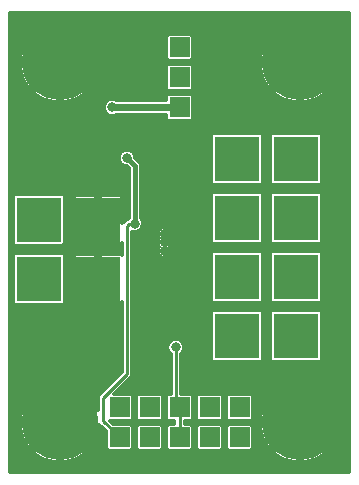
<source format=gbr>
G75*
G70*
%OFA0B0*%
%FSLAX24Y24*%
%IPPOS*%
%LPD*%
%AMOC8*
5,1,8,0,0,1.08239X$1,22.5*
%
%ADD10C,0.0357*%
%ADD11R,0.1500X0.1500*%
%ADD12R,0.0650X0.0650*%
%ADD13C,0.2540*%
%ADD14C,0.0317*%
%ADD15C,0.0100*%
%ADD16C,0.0160*%
%ADD17C,0.0120*%
%ADD18C,0.0240*%
D10*
X005910Y007884D03*
X005910Y008160D03*
X005910Y008436D03*
D11*
X003691Y008921D03*
X003691Y006952D03*
X001723Y006952D03*
X001723Y008921D03*
X008324Y008984D03*
X008324Y010952D03*
X010292Y010952D03*
X010292Y008984D03*
X010292Y007015D03*
X010292Y005047D03*
X008324Y005047D03*
X008324Y007015D03*
D12*
X008410Y002660D03*
X008410Y001660D03*
X007410Y001660D03*
X007410Y002660D03*
X006410Y002660D03*
X006410Y001660D03*
X005410Y001660D03*
X005410Y002660D03*
X004410Y002660D03*
X004410Y001660D03*
X006410Y012660D03*
X006410Y013660D03*
X006410Y014660D03*
X005410Y014660D03*
X005410Y013660D03*
X007410Y013660D03*
X007410Y014660D03*
D13*
X010410Y014160D03*
X002410Y014160D03*
X002410Y002160D03*
X010410Y002160D03*
D14*
X011723Y004098D03*
X011723Y004473D03*
X011723Y004848D03*
X011723Y005223D03*
X011723Y005598D03*
X011723Y005973D03*
X011723Y006348D03*
X011723Y006723D03*
X011723Y007098D03*
X011723Y007473D03*
X011723Y007848D03*
X011723Y008223D03*
X011723Y008598D03*
X011723Y008973D03*
X011723Y009348D03*
X011723Y009723D03*
X011723Y010098D03*
X011723Y010473D03*
X011723Y010848D03*
X011723Y011223D03*
X011723Y011598D03*
X011723Y011973D03*
X011723Y012348D03*
X011723Y012785D03*
X011098Y012348D03*
X010723Y012348D03*
X010348Y012348D03*
X009910Y012348D03*
X009285Y015410D03*
X008848Y015410D03*
X004598Y014723D03*
X004598Y014285D03*
X004598Y013848D03*
X004160Y013848D03*
X004160Y014285D03*
X004160Y014723D03*
X004035Y015473D03*
X003473Y015473D03*
X004160Y012660D03*
X004035Y012223D03*
X004410Y012223D03*
X003660Y012223D03*
X003285Y012223D03*
X002098Y012223D03*
X001723Y012223D03*
X001348Y012223D03*
X000973Y012223D03*
X004660Y010973D03*
X005473Y009473D03*
X005473Y009098D03*
X004910Y008785D03*
X005848Y007285D03*
X006223Y007285D03*
X006223Y006910D03*
X006223Y006535D03*
X006223Y006160D03*
X006598Y006160D03*
X006598Y006535D03*
X006598Y005785D03*
X006473Y005410D03*
X006223Y005785D03*
X006035Y005410D03*
X005848Y005785D03*
X005848Y006160D03*
X005848Y006535D03*
X005848Y006910D03*
X006285Y004660D03*
X004160Y005098D03*
X004160Y005473D03*
X004160Y005848D03*
X003785Y005848D03*
X003410Y005848D03*
X003035Y005848D03*
X002660Y005848D03*
X002285Y005848D03*
D15*
X004660Y003785D02*
X003848Y002973D01*
X003848Y002223D01*
X004410Y001660D01*
X004660Y003785D02*
X004660Y008723D01*
X004723Y008785D01*
X004910Y008785D01*
X006285Y004660D02*
X006285Y002785D01*
X006410Y002660D01*
X006410Y001660D01*
D16*
X004910Y008785D02*
X004910Y010723D01*
X004660Y010973D01*
D17*
X000770Y015800D02*
X000770Y000520D01*
X012050Y000520D01*
X012050Y015800D01*
X000770Y015800D01*
X000770Y015684D02*
X012050Y015684D01*
X012050Y015565D02*
X000770Y015565D01*
X000770Y015447D02*
X002069Y015447D01*
X002086Y015452D02*
X001961Y015414D01*
X001841Y015364D01*
X001725Y015302D01*
X001617Y015230D01*
X001516Y015147D01*
X001423Y015054D01*
X001340Y014953D01*
X001268Y014845D01*
X001206Y014729D01*
X001156Y014609D01*
X001118Y014484D01*
X001093Y014355D01*
X001080Y014225D01*
X001080Y014220D01*
X002350Y014220D01*
X002350Y015490D01*
X002345Y015490D01*
X002215Y015477D01*
X002086Y015452D01*
X002350Y015447D02*
X002470Y015447D01*
X002475Y015490D02*
X002470Y015490D01*
X002470Y014220D01*
X003740Y014220D01*
X003740Y014225D01*
X003727Y014355D01*
X003702Y014484D01*
X003664Y014609D01*
X003614Y014729D01*
X003552Y014845D01*
X003480Y014953D01*
X003397Y015054D01*
X003304Y015147D01*
X003203Y015230D01*
X003095Y015302D01*
X002979Y015364D01*
X002859Y015414D01*
X002734Y015452D01*
X002605Y015477D01*
X002475Y015490D01*
X002470Y015328D02*
X002350Y015328D01*
X002350Y015210D02*
X002470Y015210D01*
X002470Y015091D02*
X002350Y015091D01*
X002350Y014973D02*
X002470Y014973D01*
X002470Y014854D02*
X002350Y014854D01*
X002350Y014736D02*
X002470Y014736D01*
X002470Y014617D02*
X002350Y014617D01*
X002350Y014499D02*
X002470Y014499D01*
X002470Y014380D02*
X002350Y014380D01*
X002350Y014262D02*
X002470Y014262D01*
X002470Y014220D02*
X002350Y014220D01*
X002350Y014100D01*
X002470Y014100D01*
X002470Y014220D01*
X002470Y014143D02*
X010350Y014143D01*
X010350Y014100D02*
X009080Y014100D01*
X009080Y014095D01*
X009093Y013965D01*
X009118Y013836D01*
X009156Y013711D01*
X009206Y013591D01*
X009268Y013475D01*
X009340Y013367D01*
X009423Y013266D01*
X009516Y013173D01*
X009617Y013090D01*
X009725Y013018D01*
X009841Y012956D01*
X009961Y012906D01*
X010086Y012868D01*
X010215Y012843D01*
X010345Y012830D01*
X010350Y012830D01*
X010350Y014100D01*
X010470Y014100D01*
X010470Y014220D01*
X011740Y014220D01*
X011740Y014225D01*
X011727Y014355D01*
X011702Y014484D01*
X011664Y014609D01*
X011614Y014729D01*
X011552Y014845D01*
X011480Y014953D01*
X011397Y015054D01*
X011304Y015147D01*
X011203Y015230D01*
X011095Y015302D01*
X010979Y015364D01*
X010859Y015414D01*
X010734Y015452D01*
X010605Y015477D01*
X010475Y015490D01*
X010470Y015490D01*
X010470Y014220D01*
X010350Y014220D01*
X010350Y015490D01*
X010345Y015490D01*
X010215Y015477D01*
X010086Y015452D01*
X009961Y015414D01*
X009841Y015364D01*
X009725Y015302D01*
X009617Y015230D01*
X009516Y015147D01*
X009423Y015054D01*
X009340Y014953D01*
X009268Y014845D01*
X009206Y014729D01*
X009156Y014609D01*
X009118Y014484D01*
X009093Y014355D01*
X009080Y014225D01*
X009080Y014220D01*
X010350Y014220D01*
X010350Y014100D01*
X010350Y014025D02*
X010470Y014025D01*
X010470Y014100D02*
X010470Y012830D01*
X010475Y012830D01*
X010605Y012843D01*
X010734Y012868D01*
X010859Y012906D01*
X010979Y012956D01*
X011095Y013018D01*
X011203Y013090D01*
X011304Y013173D01*
X011397Y013266D01*
X011480Y013367D01*
X011552Y013475D01*
X011614Y013591D01*
X011664Y013711D01*
X011702Y013836D01*
X011727Y013965D01*
X011740Y014095D01*
X011740Y014100D01*
X010470Y014100D01*
X010470Y014143D02*
X012050Y014143D01*
X012050Y014025D02*
X011733Y014025D01*
X011716Y013906D02*
X012050Y013906D01*
X012050Y013788D02*
X011687Y013788D01*
X011646Y013669D02*
X012050Y013669D01*
X012050Y013551D02*
X011592Y013551D01*
X011523Y013432D02*
X012050Y013432D01*
X012050Y013314D02*
X011436Y013314D01*
X011326Y013195D02*
X012050Y013195D01*
X012050Y013077D02*
X011182Y013077D01*
X010983Y012958D02*
X012050Y012958D01*
X012050Y012840D02*
X010572Y012840D01*
X010470Y012840D02*
X010350Y012840D01*
X010248Y012840D02*
X006855Y012840D01*
X006855Y012958D02*
X009837Y012958D01*
X009638Y013077D02*
X006813Y013077D01*
X006785Y013105D02*
X006855Y013035D01*
X006855Y012285D01*
X006785Y012215D01*
X006035Y012215D01*
X005965Y012285D01*
X005965Y012420D01*
X004309Y012420D01*
X004215Y012381D01*
X004105Y012381D01*
X004002Y012424D01*
X003924Y012502D01*
X003881Y012605D01*
X003881Y012715D01*
X003924Y012818D01*
X004002Y012896D01*
X004105Y012939D01*
X004215Y012939D01*
X004309Y012900D01*
X005965Y012900D01*
X005965Y013035D01*
X006035Y013105D01*
X006785Y013105D01*
X006785Y013215D02*
X006855Y013285D01*
X006855Y014035D01*
X006785Y014105D01*
X006035Y014105D01*
X005965Y014035D01*
X005965Y013285D01*
X006035Y013215D01*
X006785Y013215D01*
X006855Y013314D02*
X007029Y013314D01*
X007025Y013323D02*
X007034Y013301D01*
X007051Y013284D01*
X007073Y013275D01*
X007382Y013275D01*
X007382Y013632D01*
X007438Y013632D01*
X007438Y013688D01*
X007795Y013688D01*
X007795Y013997D01*
X007786Y014019D01*
X007769Y014036D01*
X007747Y014045D01*
X007438Y014045D01*
X007438Y013688D01*
X007382Y013688D01*
X007382Y014045D01*
X007073Y014045D01*
X007051Y014036D01*
X007034Y014019D01*
X007025Y013997D01*
X007025Y013688D01*
X007382Y013688D01*
X007382Y013632D01*
X007025Y013632D01*
X007025Y013323D01*
X007025Y013432D02*
X006855Y013432D01*
X006855Y013551D02*
X007025Y013551D01*
X006855Y013669D02*
X007382Y013669D01*
X007438Y013669D02*
X009174Y013669D01*
X009133Y013788D02*
X007795Y013788D01*
X007795Y013906D02*
X009104Y013906D01*
X009087Y014025D02*
X007780Y014025D01*
X007747Y014275D02*
X007769Y014284D01*
X007786Y014301D01*
X007795Y014323D01*
X007795Y014632D01*
X007438Y014632D01*
X007438Y014688D01*
X007795Y014688D01*
X007795Y014997D01*
X007786Y015019D01*
X007769Y015036D01*
X007747Y015045D01*
X007438Y015045D01*
X007438Y014688D01*
X007382Y014688D01*
X007382Y015045D01*
X007073Y015045D01*
X007051Y015036D01*
X007034Y015019D01*
X007025Y014997D01*
X007025Y014688D01*
X007382Y014688D01*
X007382Y014632D01*
X007438Y014632D01*
X007438Y014275D01*
X007747Y014275D01*
X007795Y014380D02*
X009098Y014380D01*
X009084Y014262D02*
X006831Y014262D01*
X006855Y014285D02*
X006785Y014215D01*
X006035Y014215D01*
X005965Y014285D01*
X005965Y015035D01*
X006035Y015105D01*
X006785Y015105D01*
X006855Y015035D01*
X006855Y014285D01*
X006855Y014380D02*
X007025Y014380D01*
X007025Y014323D02*
X007034Y014301D01*
X007051Y014284D01*
X007073Y014275D01*
X007382Y014275D01*
X007382Y014632D01*
X007025Y014632D01*
X007025Y014323D01*
X007025Y014499D02*
X006855Y014499D01*
X006855Y014617D02*
X007025Y014617D01*
X007025Y014736D02*
X006855Y014736D01*
X006855Y014854D02*
X007025Y014854D01*
X007025Y014973D02*
X006855Y014973D01*
X006799Y015091D02*
X009460Y015091D01*
X009356Y014973D02*
X007795Y014973D01*
X007795Y014854D02*
X009274Y014854D01*
X009210Y014736D02*
X007795Y014736D01*
X007795Y014617D02*
X009160Y014617D01*
X009123Y014499D02*
X007795Y014499D01*
X007438Y014499D02*
X007382Y014499D01*
X007382Y014617D02*
X007438Y014617D01*
X007438Y014736D02*
X007382Y014736D01*
X007382Y014854D02*
X007438Y014854D01*
X007438Y014973D02*
X007382Y014973D01*
X007382Y014380D02*
X007438Y014380D01*
X007438Y014025D02*
X007382Y014025D01*
X007382Y013906D02*
X007438Y013906D01*
X007438Y013788D02*
X007382Y013788D01*
X007438Y013632D02*
X007795Y013632D01*
X007795Y013323D01*
X007786Y013301D01*
X007769Y013284D01*
X007747Y013275D01*
X007438Y013275D01*
X007438Y013632D01*
X007438Y013551D02*
X007382Y013551D01*
X007382Y013432D02*
X007438Y013432D01*
X007438Y013314D02*
X007382Y013314D01*
X007791Y013314D02*
X009384Y013314D01*
X009297Y013432D02*
X007795Y013432D01*
X007795Y013551D02*
X009228Y013551D01*
X009494Y013195D02*
X003326Y013195D01*
X003304Y013173D02*
X003397Y013266D01*
X003480Y013367D01*
X003552Y013475D01*
X003614Y013591D01*
X003664Y013711D01*
X003702Y013836D01*
X003727Y013965D01*
X003740Y014095D01*
X003740Y014100D01*
X002470Y014100D01*
X002470Y012830D01*
X002475Y012830D01*
X002605Y012843D01*
X002734Y012868D01*
X002859Y012906D01*
X002979Y012956D01*
X003095Y013018D01*
X003203Y013090D01*
X003304Y013173D01*
X003182Y013077D02*
X006007Y013077D01*
X005965Y012958D02*
X002983Y012958D01*
X002572Y012840D02*
X003945Y012840D01*
X003884Y012721D02*
X000770Y012721D01*
X000770Y012603D02*
X003882Y012603D01*
X003942Y012484D02*
X000770Y012484D01*
X000770Y012366D02*
X005965Y012366D01*
X006003Y012247D02*
X000770Y012247D01*
X000770Y012129D02*
X012050Y012129D01*
X012050Y012247D02*
X006817Y012247D01*
X006855Y012366D02*
X012050Y012366D01*
X012050Y012484D02*
X006855Y012484D01*
X006855Y012603D02*
X012050Y012603D01*
X012050Y012721D02*
X006855Y012721D01*
X006855Y013788D02*
X007025Y013788D01*
X007025Y013906D02*
X006855Y013906D01*
X006855Y014025D02*
X007040Y014025D01*
X006021Y015091D02*
X003360Y015091D01*
X003464Y014973D02*
X005025Y014973D01*
X005025Y014997D02*
X005025Y014688D01*
X005382Y014688D01*
X005382Y015045D01*
X005073Y015045D01*
X005051Y015036D01*
X005034Y015019D01*
X005025Y014997D01*
X005025Y014854D02*
X003546Y014854D01*
X003610Y014736D02*
X005025Y014736D01*
X005025Y014632D02*
X005025Y014323D01*
X005034Y014301D01*
X005051Y014284D01*
X005073Y014275D01*
X005382Y014275D01*
X005382Y014632D01*
X005438Y014632D01*
X005438Y014688D01*
X005795Y014688D01*
X005795Y014997D01*
X005786Y015019D01*
X005769Y015036D01*
X005747Y015045D01*
X005438Y015045D01*
X005438Y014688D01*
X005382Y014688D01*
X005382Y014632D01*
X005025Y014632D01*
X005025Y014617D02*
X003660Y014617D01*
X003697Y014499D02*
X005025Y014499D01*
X005025Y014380D02*
X003722Y014380D01*
X003736Y014262D02*
X005989Y014262D01*
X005965Y014380D02*
X005795Y014380D01*
X005795Y014323D02*
X005795Y014632D01*
X005438Y014632D01*
X005438Y014275D01*
X005747Y014275D01*
X005769Y014284D01*
X005786Y014301D01*
X005795Y014323D01*
X005795Y014499D02*
X005965Y014499D01*
X005965Y014617D02*
X005795Y014617D01*
X005795Y014736D02*
X005965Y014736D01*
X005965Y014854D02*
X005795Y014854D01*
X005795Y014973D02*
X005965Y014973D01*
X005438Y014973D02*
X005382Y014973D01*
X005382Y014854D02*
X005438Y014854D01*
X005438Y014736D02*
X005382Y014736D01*
X005382Y014617D02*
X005438Y014617D01*
X005438Y014499D02*
X005382Y014499D01*
X005382Y014380D02*
X005438Y014380D01*
X005438Y014045D02*
X005747Y014045D01*
X005769Y014036D01*
X005786Y014019D01*
X005795Y013997D01*
X005795Y013688D01*
X005438Y013688D01*
X005438Y013632D01*
X005795Y013632D01*
X005795Y013323D01*
X005786Y013301D01*
X005769Y013284D01*
X005747Y013275D01*
X005438Y013275D01*
X005438Y013632D01*
X005382Y013632D01*
X005382Y013275D01*
X005073Y013275D01*
X005051Y013284D01*
X005034Y013301D01*
X005025Y013323D01*
X005025Y013632D01*
X005382Y013632D01*
X005382Y013688D01*
X005382Y014045D01*
X005073Y014045D01*
X005051Y014036D01*
X005034Y014019D01*
X005025Y013997D01*
X005025Y013688D01*
X005382Y013688D01*
X005438Y013688D01*
X005438Y014045D01*
X005438Y014025D02*
X005382Y014025D01*
X005382Y013906D02*
X005438Y013906D01*
X005438Y013788D02*
X005382Y013788D01*
X005382Y013669D02*
X003646Y013669D01*
X003687Y013788D02*
X005025Y013788D01*
X005025Y013906D02*
X003716Y013906D01*
X003733Y014025D02*
X005040Y014025D01*
X005025Y013551D02*
X003592Y013551D01*
X003523Y013432D02*
X005025Y013432D01*
X005029Y013314D02*
X003436Y013314D01*
X002470Y013314D02*
X002350Y013314D01*
X002350Y013432D02*
X002470Y013432D01*
X002470Y013551D02*
X002350Y013551D01*
X002350Y013669D02*
X002470Y013669D01*
X002470Y013788D02*
X002350Y013788D01*
X002350Y013906D02*
X002470Y013906D01*
X002470Y014025D02*
X002350Y014025D01*
X002350Y014100D02*
X002350Y012830D01*
X002345Y012830D01*
X002215Y012843D01*
X002086Y012868D01*
X001961Y012906D01*
X001841Y012956D01*
X001725Y013018D01*
X001617Y013090D01*
X001516Y013173D01*
X001423Y013266D01*
X001340Y013367D01*
X001268Y013475D01*
X001206Y013591D01*
X001156Y013711D01*
X001118Y013836D01*
X001093Y013965D01*
X001080Y014095D01*
X001080Y014100D01*
X002350Y014100D01*
X002350Y014143D02*
X000770Y014143D01*
X000770Y014025D02*
X001087Y014025D01*
X001104Y013906D02*
X000770Y013906D01*
X000770Y013788D02*
X001133Y013788D01*
X001174Y013669D02*
X000770Y013669D01*
X000770Y013551D02*
X001228Y013551D01*
X001297Y013432D02*
X000770Y013432D01*
X000770Y013314D02*
X001384Y013314D01*
X001494Y013195D02*
X000770Y013195D01*
X000770Y013077D02*
X001638Y013077D01*
X001837Y012958D02*
X000770Y012958D01*
X000770Y012840D02*
X002248Y012840D01*
X002350Y012840D02*
X002470Y012840D01*
X002470Y012958D02*
X002350Y012958D01*
X002350Y013077D02*
X002470Y013077D01*
X002470Y013195D02*
X002350Y013195D01*
X001210Y014736D02*
X000770Y014736D01*
X000770Y014854D02*
X001274Y014854D01*
X001356Y014973D02*
X000770Y014973D01*
X000770Y015091D02*
X001460Y015091D01*
X001592Y015210D02*
X000770Y015210D01*
X000770Y015328D02*
X001774Y015328D01*
X001160Y014617D02*
X000770Y014617D01*
X000770Y014499D02*
X001123Y014499D01*
X001098Y014380D02*
X000770Y014380D01*
X000770Y014262D02*
X001084Y014262D01*
X000770Y012010D02*
X012050Y012010D01*
X012050Y011892D02*
X000770Y011892D01*
X000770Y011773D02*
X007475Y011773D01*
X007454Y011752D02*
X007524Y011822D01*
X009124Y011822D01*
X009194Y011752D01*
X009194Y010153D01*
X009124Y010082D01*
X007524Y010082D01*
X007454Y010153D01*
X007454Y011752D01*
X007454Y011655D02*
X000770Y011655D01*
X000770Y011536D02*
X007454Y011536D01*
X007454Y011418D02*
X000770Y011418D01*
X000770Y011299D02*
X007454Y011299D01*
X007454Y011181D02*
X004846Y011181D01*
X004818Y011209D02*
X004896Y011130D01*
X004939Y011028D01*
X004939Y010977D01*
X005110Y010805D01*
X005110Y008979D01*
X005146Y008943D01*
X005189Y008840D01*
X005189Y008730D01*
X005146Y008627D01*
X005068Y008549D01*
X004965Y008506D01*
X004855Y008506D01*
X004830Y008516D01*
X004830Y003715D01*
X006115Y003715D01*
X006115Y003597D02*
X004712Y003597D01*
X004830Y003715D02*
X004220Y003105D01*
X004785Y003105D01*
X004855Y003035D01*
X004855Y002285D01*
X004785Y002215D01*
X004095Y002215D01*
X004205Y002105D01*
X004785Y002105D01*
X004855Y002035D01*
X004855Y001285D01*
X004785Y001215D01*
X004035Y001215D01*
X003965Y001285D01*
X003965Y001865D01*
X003740Y002090D01*
X003727Y001965D01*
X003702Y001836D01*
X003664Y001711D01*
X003614Y001591D01*
X003552Y001475D01*
X003480Y001367D01*
X003397Y001266D01*
X003304Y001173D01*
X003203Y001090D01*
X003095Y001018D01*
X002979Y000956D01*
X002859Y000906D01*
X002734Y000868D01*
X002605Y000843D01*
X002475Y000830D01*
X002470Y000830D01*
X002470Y002100D01*
X002350Y002100D01*
X002350Y000830D01*
X002345Y000830D01*
X002215Y000843D01*
X002086Y000868D01*
X001961Y000906D01*
X001841Y000956D01*
X001725Y001018D01*
X001617Y001090D01*
X001516Y001173D01*
X001423Y001266D01*
X001340Y001367D01*
X001268Y001475D01*
X001206Y001591D01*
X001156Y001711D01*
X001118Y001836D01*
X001093Y001965D01*
X001080Y002095D01*
X001080Y002100D01*
X002350Y002100D01*
X002350Y002220D01*
X002350Y003490D01*
X002345Y003490D01*
X002215Y003477D01*
X002086Y003452D01*
X001961Y003414D01*
X001841Y003364D01*
X001725Y003302D01*
X001617Y003230D01*
X001516Y003147D01*
X001423Y003054D01*
X001340Y002953D01*
X001268Y002845D01*
X001206Y002729D01*
X001156Y002609D01*
X001118Y002484D01*
X001093Y002355D01*
X001080Y002225D01*
X001080Y002220D01*
X002350Y002220D01*
X002470Y002220D01*
X002470Y003490D01*
X002475Y003490D01*
X002605Y003477D01*
X002734Y003452D01*
X002859Y003414D01*
X002979Y003364D01*
X003095Y003302D01*
X003203Y003230D01*
X003304Y003147D01*
X003397Y003054D01*
X003480Y002953D01*
X003552Y002845D01*
X003614Y002729D01*
X003664Y002609D01*
X003678Y002563D01*
X003678Y003043D01*
X003777Y003142D01*
X004490Y003855D01*
X004490Y006166D01*
X004475Y006151D01*
X004453Y006142D01*
X003751Y006142D01*
X003751Y006892D01*
X003631Y006892D01*
X003631Y006142D01*
X002929Y006142D01*
X002907Y006151D01*
X002890Y006168D01*
X002881Y006190D01*
X002881Y006892D01*
X003631Y006892D01*
X003631Y007012D01*
X002881Y007012D01*
X002881Y007714D01*
X002890Y007736D01*
X002907Y007753D01*
X002929Y007762D01*
X003631Y007762D01*
X003631Y007012D01*
X003751Y007012D01*
X003751Y007762D01*
X004453Y007762D01*
X004475Y007753D01*
X004490Y007738D01*
X004490Y008135D01*
X004475Y008120D01*
X004453Y008111D01*
X003751Y008111D01*
X003751Y008861D01*
X003751Y008981D01*
X003631Y008981D01*
X003631Y009731D01*
X002929Y009731D01*
X002907Y009722D01*
X002890Y009705D01*
X002881Y009683D01*
X002881Y008981D01*
X003631Y008981D01*
X003631Y008861D01*
X002881Y008861D01*
X002881Y008159D01*
X002890Y008137D01*
X002907Y008120D01*
X002929Y008111D01*
X003631Y008111D01*
X003631Y008861D01*
X003751Y008861D01*
X004501Y008861D01*
X004501Y008804D01*
X004553Y008855D01*
X004652Y008955D01*
X004686Y008955D01*
X004710Y008979D01*
X004710Y010640D01*
X004656Y010694D01*
X004605Y010694D01*
X004502Y010736D01*
X004424Y010815D01*
X004381Y010917D01*
X004381Y011028D01*
X004424Y011130D01*
X004502Y011209D01*
X004605Y011251D01*
X004715Y011251D01*
X004818Y011209D01*
X004925Y011062D02*
X007454Y011062D01*
X007454Y010944D02*
X004972Y010944D01*
X005090Y010825D02*
X007454Y010825D01*
X007454Y010707D02*
X005110Y010707D01*
X005110Y010588D02*
X007454Y010588D01*
X007454Y010470D02*
X005110Y010470D01*
X005110Y010351D02*
X007454Y010351D01*
X007454Y010233D02*
X005110Y010233D01*
X005110Y010114D02*
X007492Y010114D01*
X007524Y009854D02*
X007454Y009784D01*
X007454Y008184D01*
X007524Y008114D01*
X009124Y008114D01*
X009194Y008184D01*
X009194Y009784D01*
X009124Y009854D01*
X007524Y009854D01*
X007454Y009759D02*
X005110Y009759D01*
X005110Y009877D02*
X012050Y009877D01*
X012050Y009759D02*
X011162Y009759D01*
X011162Y009784D02*
X011092Y009854D01*
X009493Y009854D01*
X009422Y009784D01*
X009422Y008184D01*
X009493Y008114D01*
X011092Y008114D01*
X011162Y008184D01*
X011162Y009784D01*
X011162Y009640D02*
X012050Y009640D01*
X012050Y009522D02*
X011162Y009522D01*
X011162Y009403D02*
X012050Y009403D01*
X012050Y009285D02*
X011162Y009285D01*
X011162Y009166D02*
X012050Y009166D01*
X012050Y009048D02*
X011162Y009048D01*
X011162Y008929D02*
X012050Y008929D01*
X012050Y008811D02*
X011162Y008811D01*
X011162Y008692D02*
X012050Y008692D01*
X012050Y008574D02*
X011162Y008574D01*
X011162Y008455D02*
X012050Y008455D01*
X012050Y008337D02*
X011162Y008337D01*
X011162Y008218D02*
X012050Y008218D01*
X012050Y008100D02*
X006141Y008100D01*
X006140Y008090D02*
X006149Y008136D01*
X006149Y008160D01*
X006149Y008184D01*
X006140Y008230D01*
X006122Y008273D01*
X006105Y008298D01*
X006122Y008323D01*
X006140Y008366D01*
X006149Y008412D01*
X006149Y008436D01*
X006149Y008459D01*
X006140Y008505D01*
X006122Y008549D01*
X006095Y008588D01*
X006062Y008621D01*
X006023Y008647D01*
X005980Y008665D01*
X005934Y008674D01*
X005910Y008674D01*
X005886Y008674D01*
X005840Y008665D01*
X005797Y008647D01*
X005758Y008621D01*
X005725Y008588D01*
X005698Y008549D01*
X005680Y008505D01*
X005671Y008459D01*
X005671Y008436D01*
X005910Y008436D01*
X005910Y008674D01*
X005910Y008436D01*
X005910Y008436D01*
X005910Y008436D01*
X006149Y008436D01*
X005910Y008436D01*
X005910Y008436D01*
X005671Y008436D01*
X005671Y008412D01*
X005680Y008366D01*
X005698Y008323D01*
X005715Y008298D01*
X005698Y008273D01*
X005680Y008230D01*
X005671Y008184D01*
X005671Y008160D01*
X005671Y008136D01*
X005680Y008090D01*
X005698Y008047D01*
X005715Y008022D01*
X005698Y007997D01*
X005680Y007954D01*
X005671Y007908D01*
X005671Y007884D01*
X005671Y007861D01*
X005680Y007815D01*
X005698Y007771D01*
X005725Y007732D01*
X005758Y007699D01*
X005797Y007673D01*
X005840Y007655D01*
X005886Y007646D01*
X005910Y007646D01*
X005934Y007646D01*
X005980Y007655D01*
X006023Y007673D01*
X006062Y007699D01*
X006095Y007732D01*
X006122Y007771D01*
X006140Y007815D01*
X006149Y007861D01*
X006149Y007884D01*
X005910Y007884D01*
X005910Y007646D01*
X005910Y007884D01*
X005910Y007884D01*
X005671Y007884D01*
X005910Y007884D01*
X005910Y007884D01*
X005910Y007884D01*
X006149Y007884D01*
X006149Y007908D01*
X006140Y007954D01*
X006122Y007997D01*
X006105Y008022D01*
X006122Y008047D01*
X006140Y008090D01*
X006149Y008160D02*
X005910Y008160D01*
X006149Y008160D01*
X006142Y008218D02*
X007454Y008218D01*
X007454Y008337D02*
X006127Y008337D01*
X006149Y008455D02*
X007454Y008455D01*
X007454Y008574D02*
X006105Y008574D01*
X005910Y008574D02*
X005910Y008574D01*
X005910Y008455D02*
X005910Y008455D01*
X005910Y008436D02*
X005910Y008197D01*
X005910Y008160D01*
X005910Y008160D01*
X005910Y008160D01*
X005910Y008160D01*
X005671Y008160D01*
X005910Y008160D01*
X005910Y008436D01*
X005910Y008436D01*
X005910Y008337D02*
X005910Y008337D01*
X005910Y008218D02*
X005910Y008218D01*
X005910Y008160D02*
X005910Y007884D01*
X005910Y008123D01*
X005910Y008160D01*
X005910Y008160D01*
X005910Y008100D02*
X005910Y008100D01*
X005910Y007981D02*
X005910Y007981D01*
X005910Y007884D02*
X005910Y007884D01*
X005910Y007863D02*
X005910Y007863D01*
X005910Y007744D02*
X005910Y007744D01*
X006103Y007744D02*
X007454Y007744D01*
X007454Y007815D02*
X007524Y007885D01*
X009124Y007885D01*
X009194Y007815D01*
X009194Y006216D01*
X009124Y006145D01*
X007524Y006145D01*
X007454Y006216D01*
X007454Y007815D01*
X007501Y007863D02*
X006149Y007863D01*
X006128Y007981D02*
X012050Y007981D01*
X012050Y007863D02*
X011115Y007863D01*
X011092Y007885D02*
X009493Y007885D01*
X009422Y007815D01*
X009422Y006216D01*
X009493Y006145D01*
X011092Y006145D01*
X011162Y006216D01*
X011162Y007815D01*
X011092Y007885D01*
X011162Y007744D02*
X012050Y007744D01*
X012050Y007626D02*
X011162Y007626D01*
X011162Y007507D02*
X012050Y007507D01*
X012050Y007389D02*
X011162Y007389D01*
X011162Y007270D02*
X012050Y007270D01*
X012050Y007152D02*
X011162Y007152D01*
X011162Y007033D02*
X012050Y007033D01*
X012050Y006915D02*
X011162Y006915D01*
X011162Y006796D02*
X012050Y006796D01*
X012050Y006678D02*
X011162Y006678D01*
X011162Y006559D02*
X012050Y006559D01*
X012050Y006441D02*
X011162Y006441D01*
X011162Y006322D02*
X012050Y006322D01*
X012050Y006204D02*
X011150Y006204D01*
X011092Y005917D02*
X009493Y005917D01*
X009422Y005847D01*
X009422Y004247D01*
X009493Y004177D01*
X011092Y004177D01*
X011162Y004247D01*
X011162Y005847D01*
X011092Y005917D01*
X011161Y005848D02*
X012050Y005848D01*
X012050Y005730D02*
X011162Y005730D01*
X011162Y005611D02*
X012050Y005611D01*
X012050Y005493D02*
X011162Y005493D01*
X011162Y005374D02*
X012050Y005374D01*
X012050Y005256D02*
X011162Y005256D01*
X011162Y005137D02*
X012050Y005137D01*
X012050Y005019D02*
X011162Y005019D01*
X011162Y004900D02*
X012050Y004900D01*
X012050Y004782D02*
X011162Y004782D01*
X011162Y004663D02*
X012050Y004663D01*
X012050Y004545D02*
X011162Y004545D01*
X011162Y004426D02*
X012050Y004426D01*
X012050Y004308D02*
X011162Y004308D01*
X011104Y004189D02*
X012050Y004189D01*
X012050Y004071D02*
X006455Y004071D01*
X006455Y004189D02*
X007512Y004189D01*
X007524Y004177D02*
X007454Y004247D01*
X007454Y005847D01*
X007524Y005917D01*
X009124Y005917D01*
X009194Y005847D01*
X009194Y004247D01*
X009124Y004177D01*
X007524Y004177D01*
X007454Y004308D02*
X006455Y004308D01*
X006455Y004426D02*
X007454Y004426D01*
X007454Y004545D02*
X006539Y004545D01*
X006521Y004502D02*
X006564Y004605D01*
X006564Y004715D01*
X006521Y004818D01*
X006443Y004896D01*
X006340Y004939D01*
X006230Y004939D01*
X006127Y004896D01*
X006049Y004818D01*
X006006Y004715D01*
X006006Y004605D01*
X006049Y004502D01*
X006115Y004436D01*
X006115Y003105D01*
X006035Y003105D01*
X005965Y003035D01*
X005965Y002285D01*
X006035Y002215D01*
X006240Y002215D01*
X006240Y002105D01*
X006035Y002105D01*
X005965Y002035D01*
X005965Y001285D01*
X006035Y001215D01*
X006785Y001215D01*
X006855Y001285D01*
X006855Y002035D01*
X006785Y002105D01*
X006580Y002105D01*
X006580Y002215D01*
X006785Y002215D01*
X006855Y002285D01*
X006855Y003035D01*
X006785Y003105D01*
X006455Y003105D01*
X006455Y004436D01*
X006521Y004502D01*
X006564Y004663D02*
X007454Y004663D01*
X007454Y004782D02*
X006536Y004782D01*
X006434Y004900D02*
X007454Y004900D01*
X007454Y005019D02*
X004830Y005019D01*
X004830Y005137D02*
X007454Y005137D01*
X007454Y005256D02*
X004830Y005256D01*
X004830Y005374D02*
X007454Y005374D01*
X007454Y005493D02*
X004830Y005493D01*
X004830Y005611D02*
X007454Y005611D01*
X007454Y005730D02*
X004830Y005730D01*
X004830Y005848D02*
X007455Y005848D01*
X007466Y006204D02*
X004830Y006204D01*
X004830Y006322D02*
X007454Y006322D01*
X007454Y006441D02*
X004830Y006441D01*
X004830Y006559D02*
X007454Y006559D01*
X007454Y006678D02*
X004830Y006678D01*
X004830Y006796D02*
X007454Y006796D01*
X007454Y006915D02*
X004830Y006915D01*
X004830Y007033D02*
X007454Y007033D01*
X007454Y007152D02*
X004830Y007152D01*
X004830Y007270D02*
X007454Y007270D01*
X007454Y007389D02*
X004830Y007389D01*
X004830Y007507D02*
X007454Y007507D01*
X007454Y007626D02*
X004830Y007626D01*
X004830Y007744D02*
X005717Y007744D01*
X005671Y007863D02*
X004830Y007863D01*
X004830Y007981D02*
X005692Y007981D01*
X005679Y008100D02*
X004830Y008100D01*
X004830Y008218D02*
X005678Y008218D01*
X005693Y008337D02*
X004830Y008337D01*
X004830Y008455D02*
X005671Y008455D01*
X005715Y008574D02*
X005093Y008574D01*
X005173Y008692D02*
X007454Y008692D01*
X007454Y008811D02*
X005189Y008811D01*
X005152Y008929D02*
X007454Y008929D01*
X007454Y009048D02*
X005110Y009048D01*
X005110Y009166D02*
X007454Y009166D01*
X007454Y009285D02*
X005110Y009285D01*
X005110Y009403D02*
X007454Y009403D01*
X007454Y009522D02*
X005110Y009522D01*
X005110Y009640D02*
X007454Y009640D01*
X009155Y010114D02*
X009461Y010114D01*
X009493Y010082D02*
X011092Y010082D01*
X011162Y010153D01*
X011162Y011752D01*
X011092Y011822D01*
X009493Y011822D01*
X009422Y011752D01*
X009422Y010153D01*
X009493Y010082D01*
X009422Y010233D02*
X009194Y010233D01*
X009194Y010351D02*
X009422Y010351D01*
X009422Y010470D02*
X009194Y010470D01*
X009194Y010588D02*
X009422Y010588D01*
X009422Y010707D02*
X009194Y010707D01*
X009194Y010825D02*
X009422Y010825D01*
X009422Y010944D02*
X009194Y010944D01*
X009194Y011062D02*
X009422Y011062D01*
X009422Y011181D02*
X009194Y011181D01*
X009194Y011299D02*
X009422Y011299D01*
X009422Y011418D02*
X009194Y011418D01*
X009194Y011536D02*
X009422Y011536D01*
X009422Y011655D02*
X009194Y011655D01*
X009173Y011773D02*
X009443Y011773D01*
X010350Y012958D02*
X010470Y012958D01*
X010470Y013077D02*
X010350Y013077D01*
X010350Y013195D02*
X010470Y013195D01*
X010470Y013314D02*
X010350Y013314D01*
X010350Y013432D02*
X010470Y013432D01*
X010470Y013551D02*
X010350Y013551D01*
X010350Y013669D02*
X010470Y013669D01*
X010470Y013788D02*
X010350Y013788D01*
X010350Y013906D02*
X010470Y013906D01*
X010470Y014262D02*
X010350Y014262D01*
X010350Y014380D02*
X010470Y014380D01*
X010470Y014499D02*
X010350Y014499D01*
X010350Y014617D02*
X010470Y014617D01*
X010470Y014736D02*
X010350Y014736D01*
X010350Y014854D02*
X010470Y014854D01*
X010470Y014973D02*
X010350Y014973D01*
X010350Y015091D02*
X010470Y015091D01*
X010470Y015210D02*
X010350Y015210D01*
X010350Y015328D02*
X010470Y015328D01*
X010470Y015447D02*
X010350Y015447D01*
X010069Y015447D02*
X002751Y015447D01*
X003046Y015328D02*
X009774Y015328D01*
X009592Y015210D02*
X003228Y015210D01*
X005438Y013669D02*
X005965Y013669D01*
X005965Y013551D02*
X005795Y013551D01*
X005795Y013432D02*
X005965Y013432D01*
X005965Y013314D02*
X005791Y013314D01*
X005438Y013314D02*
X005382Y013314D01*
X005382Y013432D02*
X005438Y013432D01*
X005438Y013551D02*
X005382Y013551D01*
X005795Y013788D02*
X005965Y013788D01*
X005965Y013906D02*
X005795Y013906D01*
X005780Y014025D02*
X005965Y014025D01*
X004474Y011181D02*
X000770Y011181D01*
X000770Y011062D02*
X004395Y011062D01*
X004381Y010944D02*
X000770Y010944D01*
X000770Y010825D02*
X004419Y010825D01*
X004574Y010707D02*
X000770Y010707D01*
X000770Y010588D02*
X004710Y010588D01*
X004710Y010470D02*
X000770Y010470D01*
X000770Y010351D02*
X004710Y010351D01*
X004710Y010233D02*
X000770Y010233D01*
X000770Y010114D02*
X004710Y010114D01*
X004710Y009996D02*
X000770Y009996D01*
X000770Y009877D02*
X004710Y009877D01*
X004710Y009759D02*
X002555Y009759D01*
X002522Y009791D02*
X002592Y009721D01*
X002592Y008121D01*
X002522Y008051D01*
X000923Y008051D01*
X000853Y008121D01*
X000853Y009721D01*
X000923Y009791D01*
X002522Y009791D01*
X002592Y009640D02*
X002881Y009640D01*
X002881Y009522D02*
X002592Y009522D01*
X002592Y009403D02*
X002881Y009403D01*
X002881Y009285D02*
X002592Y009285D01*
X002592Y009166D02*
X002881Y009166D01*
X002881Y009048D02*
X002592Y009048D01*
X002592Y008929D02*
X003631Y008929D01*
X003631Y008811D02*
X003751Y008811D01*
X003751Y008929D02*
X004626Y008929D01*
X004501Y008981D02*
X004501Y009683D01*
X004492Y009705D01*
X004475Y009722D01*
X004453Y009731D01*
X003751Y009731D01*
X003751Y008981D01*
X004501Y008981D01*
X004501Y009048D02*
X004710Y009048D01*
X004710Y009166D02*
X004501Y009166D01*
X004501Y009285D02*
X004710Y009285D01*
X004710Y009403D02*
X004501Y009403D01*
X004501Y009522D02*
X004710Y009522D01*
X004710Y009640D02*
X004501Y009640D01*
X005110Y009996D02*
X012050Y009996D01*
X012050Y010114D02*
X011124Y010114D01*
X011162Y010233D02*
X012050Y010233D01*
X012050Y010351D02*
X011162Y010351D01*
X011162Y010470D02*
X012050Y010470D01*
X012050Y010588D02*
X011162Y010588D01*
X011162Y010707D02*
X012050Y010707D01*
X012050Y010825D02*
X011162Y010825D01*
X011162Y010944D02*
X012050Y010944D01*
X012050Y011062D02*
X011162Y011062D01*
X011162Y011181D02*
X012050Y011181D01*
X012050Y011299D02*
X011162Y011299D01*
X011162Y011418D02*
X012050Y011418D01*
X012050Y011536D02*
X011162Y011536D01*
X011162Y011655D02*
X012050Y011655D01*
X012050Y011773D02*
X011141Y011773D01*
X011736Y014262D02*
X012050Y014262D01*
X012050Y014380D02*
X011722Y014380D01*
X011697Y014499D02*
X012050Y014499D01*
X012050Y014617D02*
X011660Y014617D01*
X011610Y014736D02*
X012050Y014736D01*
X012050Y014854D02*
X011546Y014854D01*
X011464Y014973D02*
X012050Y014973D01*
X012050Y015091D02*
X011360Y015091D01*
X011228Y015210D02*
X012050Y015210D01*
X012050Y015328D02*
X011046Y015328D01*
X010751Y015447D02*
X012050Y015447D01*
X009422Y009759D02*
X009194Y009759D01*
X009194Y009640D02*
X009422Y009640D01*
X009422Y009522D02*
X009194Y009522D01*
X009194Y009403D02*
X009422Y009403D01*
X009422Y009285D02*
X009194Y009285D01*
X009194Y009166D02*
X009422Y009166D01*
X009422Y009048D02*
X009194Y009048D01*
X009194Y008929D02*
X009422Y008929D01*
X009422Y008811D02*
X009194Y008811D01*
X009194Y008692D02*
X009422Y008692D01*
X009422Y008574D02*
X009194Y008574D01*
X009194Y008455D02*
X009422Y008455D01*
X009422Y008337D02*
X009194Y008337D01*
X009194Y008218D02*
X009422Y008218D01*
X009470Y007863D02*
X009146Y007863D01*
X009194Y007744D02*
X009422Y007744D01*
X009422Y007626D02*
X009194Y007626D01*
X009194Y007507D02*
X009422Y007507D01*
X009422Y007389D02*
X009194Y007389D01*
X009194Y007270D02*
X009422Y007270D01*
X009422Y007152D02*
X009194Y007152D01*
X009194Y007033D02*
X009422Y007033D01*
X009422Y006915D02*
X009194Y006915D01*
X009194Y006796D02*
X009422Y006796D01*
X009422Y006678D02*
X009194Y006678D01*
X009194Y006559D02*
X009422Y006559D01*
X009422Y006441D02*
X009194Y006441D01*
X009194Y006322D02*
X009422Y006322D01*
X009434Y006204D02*
X009182Y006204D01*
X009192Y005848D02*
X009424Y005848D01*
X009422Y005730D02*
X009194Y005730D01*
X009194Y005611D02*
X009422Y005611D01*
X009422Y005493D02*
X009194Y005493D01*
X009194Y005374D02*
X009422Y005374D01*
X009422Y005256D02*
X009194Y005256D01*
X009194Y005137D02*
X009422Y005137D01*
X009422Y005019D02*
X009194Y005019D01*
X009194Y004900D02*
X009422Y004900D01*
X009422Y004782D02*
X009194Y004782D01*
X009194Y004663D02*
X009422Y004663D01*
X009422Y004545D02*
X009194Y004545D01*
X009194Y004426D02*
X009422Y004426D01*
X009422Y004308D02*
X009194Y004308D01*
X009136Y004189D02*
X009480Y004189D01*
X009841Y003364D02*
X009725Y003302D01*
X009617Y003230D01*
X009516Y003147D01*
X009423Y003054D01*
X009340Y002953D01*
X009268Y002845D01*
X009206Y002729D01*
X009156Y002609D01*
X009118Y002484D01*
X009093Y002355D01*
X009080Y002225D01*
X009080Y002220D01*
X010350Y002220D01*
X010350Y003490D01*
X010345Y003490D01*
X010215Y003477D01*
X010086Y003452D01*
X009961Y003414D01*
X009841Y003364D01*
X009833Y003360D02*
X006455Y003360D01*
X006455Y003478D02*
X010223Y003478D01*
X010350Y003478D02*
X010470Y003478D01*
X010470Y003490D02*
X010475Y003490D01*
X010605Y003477D01*
X010734Y003452D01*
X010859Y003414D01*
X010979Y003364D01*
X011095Y003302D01*
X011203Y003230D01*
X011304Y003147D01*
X011397Y003054D01*
X011480Y002953D01*
X011552Y002845D01*
X011614Y002729D01*
X011664Y002609D01*
X011702Y002484D01*
X011727Y002355D01*
X011740Y002225D01*
X011740Y002220D01*
X010470Y002220D01*
X010470Y002100D01*
X011740Y002100D01*
X011740Y002095D01*
X011727Y001965D01*
X011702Y001836D01*
X011664Y001711D01*
X011614Y001591D01*
X011552Y001475D01*
X011480Y001367D01*
X011397Y001266D01*
X011304Y001173D01*
X011203Y001090D01*
X011095Y001018D01*
X010979Y000956D01*
X010859Y000906D01*
X010734Y000868D01*
X010605Y000843D01*
X010475Y000830D01*
X010470Y000830D01*
X010470Y002100D01*
X010350Y002100D01*
X010350Y000830D01*
X010345Y000830D01*
X010215Y000843D01*
X010086Y000868D01*
X009961Y000906D01*
X009841Y000956D01*
X009725Y001018D01*
X009617Y001090D01*
X009516Y001173D01*
X009423Y001266D01*
X009340Y001367D01*
X009268Y001475D01*
X009206Y001591D01*
X009156Y001711D01*
X009118Y001836D01*
X009093Y001965D01*
X009080Y002095D01*
X009080Y002100D01*
X010350Y002100D01*
X010350Y002220D01*
X010470Y002220D01*
X010470Y003490D01*
X010597Y003478D02*
X012050Y003478D01*
X012050Y003360D02*
X010987Y003360D01*
X011186Y003241D02*
X012050Y003241D01*
X012050Y003123D02*
X011328Y003123D01*
X011438Y003004D02*
X012050Y003004D01*
X012050Y002886D02*
X011525Y002886D01*
X011594Y002767D02*
X012050Y002767D01*
X012050Y002649D02*
X011647Y002649D01*
X011688Y002530D02*
X012050Y002530D01*
X012050Y002412D02*
X011716Y002412D01*
X011733Y002293D02*
X012050Y002293D01*
X012050Y002175D02*
X010470Y002175D01*
X010470Y002293D02*
X010350Y002293D01*
X010350Y002175D02*
X006580Y002175D01*
X006834Y002056D02*
X006986Y002056D01*
X006965Y002035D02*
X007035Y002105D01*
X007785Y002105D01*
X007855Y002035D01*
X007855Y001285D01*
X007785Y001215D01*
X007035Y001215D01*
X006965Y001285D01*
X006965Y002035D01*
X006965Y001938D02*
X006855Y001938D01*
X006855Y001819D02*
X006965Y001819D01*
X006965Y001701D02*
X006855Y001701D01*
X006855Y001582D02*
X006965Y001582D01*
X006965Y001464D02*
X006855Y001464D01*
X006855Y001345D02*
X006965Y001345D01*
X007024Y001227D02*
X006796Y001227D01*
X006024Y001227D02*
X005796Y001227D01*
X005785Y001215D02*
X005855Y001285D01*
X005855Y002035D01*
X005785Y002105D01*
X005035Y002105D01*
X004965Y002035D01*
X004965Y001285D01*
X005035Y001215D01*
X005785Y001215D01*
X005855Y001345D02*
X005965Y001345D01*
X005965Y001464D02*
X005855Y001464D01*
X005855Y001582D02*
X005965Y001582D01*
X005965Y001701D02*
X005855Y001701D01*
X005855Y001819D02*
X005965Y001819D01*
X005965Y001938D02*
X005855Y001938D01*
X005834Y002056D02*
X005986Y002056D01*
X005965Y002293D02*
X005855Y002293D01*
X005855Y002285D02*
X005855Y003035D01*
X005785Y003105D01*
X005035Y003105D01*
X004965Y003035D01*
X004965Y002285D01*
X005035Y002215D01*
X005785Y002215D01*
X005855Y002285D01*
X005855Y002412D02*
X005965Y002412D01*
X005965Y002530D02*
X005855Y002530D01*
X005855Y002649D02*
X005965Y002649D01*
X005965Y002767D02*
X005855Y002767D01*
X005855Y002886D02*
X005965Y002886D01*
X005965Y003004D02*
X005855Y003004D01*
X006115Y003123D02*
X004238Y003123D01*
X004356Y003241D02*
X006115Y003241D01*
X006115Y003360D02*
X004475Y003360D01*
X004593Y003478D02*
X006115Y003478D01*
X006115Y003834D02*
X004830Y003834D01*
X004830Y003952D02*
X006115Y003952D01*
X006115Y004071D02*
X004830Y004071D01*
X004830Y004189D02*
X006115Y004189D01*
X006115Y004308D02*
X004830Y004308D01*
X004830Y004426D02*
X006115Y004426D01*
X006031Y004545D02*
X004830Y004545D01*
X004830Y004663D02*
X006006Y004663D01*
X006034Y004782D02*
X004830Y004782D01*
X004830Y004900D02*
X006136Y004900D01*
X006455Y003952D02*
X012050Y003952D01*
X012050Y003834D02*
X006455Y003834D01*
X006455Y003715D02*
X012050Y003715D01*
X012050Y003597D02*
X006455Y003597D01*
X006455Y003241D02*
X009634Y003241D01*
X009492Y003123D02*
X006455Y003123D01*
X006855Y003004D02*
X006965Y003004D01*
X006965Y003035D02*
X007035Y003105D01*
X007785Y003105D01*
X007855Y003035D01*
X007855Y002285D01*
X007785Y002215D01*
X007035Y002215D01*
X006965Y002285D01*
X006965Y003035D01*
X006965Y002886D02*
X006855Y002886D01*
X006855Y002767D02*
X006965Y002767D01*
X006965Y002649D02*
X006855Y002649D01*
X006855Y002530D02*
X006965Y002530D01*
X006965Y002412D02*
X006855Y002412D01*
X006855Y002293D02*
X006965Y002293D01*
X006240Y002175D02*
X004136Y002175D01*
X003892Y001938D02*
X003722Y001938D01*
X003736Y002056D02*
X003774Y002056D01*
X003696Y001819D02*
X003965Y001819D01*
X003965Y001701D02*
X003659Y001701D01*
X003609Y001582D02*
X003965Y001582D01*
X003965Y001464D02*
X003544Y001464D01*
X003462Y001345D02*
X003965Y001345D01*
X004024Y001227D02*
X003357Y001227D01*
X003225Y001108D02*
X009595Y001108D01*
X009463Y001227D02*
X008796Y001227D01*
X008785Y001215D02*
X008855Y001285D01*
X008855Y002035D01*
X008785Y002105D01*
X008035Y002105D01*
X007965Y002035D01*
X007965Y001285D01*
X008035Y001215D01*
X008785Y001215D01*
X008855Y001345D02*
X009358Y001345D01*
X009276Y001464D02*
X008855Y001464D01*
X008855Y001582D02*
X009211Y001582D01*
X009161Y001701D02*
X008855Y001701D01*
X008855Y001819D02*
X009124Y001819D01*
X009098Y001938D02*
X008855Y001938D01*
X008834Y002056D02*
X009084Y002056D01*
X009087Y002293D02*
X008855Y002293D01*
X008855Y002285D02*
X008855Y003035D01*
X008785Y003105D01*
X008035Y003105D01*
X007965Y003035D01*
X007965Y002285D01*
X008035Y002215D01*
X008785Y002215D01*
X008855Y002285D01*
X008855Y002412D02*
X009104Y002412D01*
X009132Y002530D02*
X008855Y002530D01*
X008855Y002649D02*
X009173Y002649D01*
X009226Y002767D02*
X008855Y002767D01*
X008855Y002886D02*
X009295Y002886D01*
X009382Y003004D02*
X008855Y003004D01*
X007965Y003004D02*
X007855Y003004D01*
X007855Y002886D02*
X007965Y002886D01*
X007965Y002767D02*
X007855Y002767D01*
X007855Y002649D02*
X007965Y002649D01*
X007965Y002530D02*
X007855Y002530D01*
X007855Y002412D02*
X007965Y002412D01*
X007965Y002293D02*
X007855Y002293D01*
X007834Y002056D02*
X007986Y002056D01*
X007965Y001938D02*
X007855Y001938D01*
X007855Y001819D02*
X007965Y001819D01*
X007965Y001701D02*
X007855Y001701D01*
X007855Y001582D02*
X007965Y001582D01*
X007965Y001464D02*
X007855Y001464D01*
X007855Y001345D02*
X007965Y001345D01*
X008024Y001227D02*
X007796Y001227D01*
X009778Y000990D02*
X003042Y000990D01*
X002742Y000871D02*
X010078Y000871D01*
X010350Y000871D02*
X010470Y000871D01*
X010470Y000990D02*
X010350Y000990D01*
X010350Y001108D02*
X010470Y001108D01*
X010470Y001227D02*
X010350Y001227D01*
X010350Y001345D02*
X010470Y001345D01*
X010470Y001464D02*
X010350Y001464D01*
X010350Y001582D02*
X010470Y001582D01*
X010470Y001701D02*
X010350Y001701D01*
X010350Y001819D02*
X010470Y001819D01*
X010470Y001938D02*
X010350Y001938D01*
X010350Y002056D02*
X010470Y002056D01*
X010470Y002412D02*
X010350Y002412D01*
X010350Y002530D02*
X010470Y002530D01*
X010470Y002649D02*
X010350Y002649D01*
X010350Y002767D02*
X010470Y002767D01*
X010470Y002886D02*
X010350Y002886D01*
X010350Y003004D02*
X010470Y003004D01*
X010470Y003123D02*
X010350Y003123D01*
X010350Y003241D02*
X010470Y003241D01*
X010470Y003360D02*
X010350Y003360D01*
X011659Y001701D02*
X012050Y001701D01*
X012050Y001819D02*
X011696Y001819D01*
X011722Y001938D02*
X012050Y001938D01*
X012050Y002056D02*
X011736Y002056D01*
X011609Y001582D02*
X012050Y001582D01*
X012050Y001464D02*
X011544Y001464D01*
X011462Y001345D02*
X012050Y001345D01*
X012050Y001227D02*
X011357Y001227D01*
X011225Y001108D02*
X012050Y001108D01*
X012050Y000990D02*
X011042Y000990D01*
X010742Y000871D02*
X012050Y000871D01*
X012050Y000753D02*
X000770Y000753D01*
X000770Y000871D02*
X002078Y000871D01*
X002350Y000871D02*
X002470Y000871D01*
X002470Y000990D02*
X002350Y000990D01*
X002350Y001108D02*
X002470Y001108D01*
X002470Y001227D02*
X002350Y001227D01*
X002350Y001345D02*
X002470Y001345D01*
X002470Y001464D02*
X002350Y001464D01*
X002350Y001582D02*
X002470Y001582D01*
X002470Y001701D02*
X002350Y001701D01*
X002350Y001819D02*
X002470Y001819D01*
X002470Y001938D02*
X002350Y001938D01*
X002350Y002056D02*
X002470Y002056D01*
X002350Y002175D02*
X000770Y002175D01*
X000770Y002293D02*
X001087Y002293D01*
X001104Y002412D02*
X000770Y002412D01*
X000770Y002530D02*
X001132Y002530D01*
X001173Y002649D02*
X000770Y002649D01*
X000770Y002767D02*
X001226Y002767D01*
X001295Y002886D02*
X000770Y002886D01*
X000770Y003004D02*
X001382Y003004D01*
X001492Y003123D02*
X000770Y003123D01*
X000770Y003241D02*
X001634Y003241D01*
X001833Y003360D02*
X000770Y003360D01*
X000770Y003478D02*
X002223Y003478D01*
X002350Y003478D02*
X002470Y003478D01*
X002470Y003360D02*
X002350Y003360D01*
X002350Y003241D02*
X002470Y003241D01*
X002470Y003123D02*
X002350Y003123D01*
X002350Y003004D02*
X002470Y003004D01*
X002470Y002886D02*
X002350Y002886D01*
X002350Y002767D02*
X002470Y002767D01*
X002470Y002649D02*
X002350Y002649D01*
X002350Y002530D02*
X002470Y002530D01*
X002470Y002412D02*
X002350Y002412D01*
X002350Y002293D02*
X002470Y002293D01*
X002987Y003360D02*
X003994Y003360D01*
X004113Y003478D02*
X002597Y003478D01*
X003186Y003241D02*
X003876Y003241D01*
X003757Y003123D02*
X003328Y003123D01*
X003438Y003004D02*
X003678Y003004D01*
X003678Y002886D02*
X003525Y002886D01*
X003594Y002767D02*
X003678Y002767D01*
X003678Y002649D02*
X003647Y002649D01*
X004231Y003597D02*
X000770Y003597D01*
X000770Y003715D02*
X004350Y003715D01*
X004468Y003834D02*
X000770Y003834D01*
X000770Y003952D02*
X004490Y003952D01*
X004490Y004071D02*
X000770Y004071D01*
X000770Y004189D02*
X004490Y004189D01*
X004490Y004308D02*
X000770Y004308D01*
X000770Y004426D02*
X004490Y004426D01*
X004490Y004545D02*
X000770Y004545D01*
X000770Y004663D02*
X004490Y004663D01*
X004490Y004782D02*
X000770Y004782D01*
X000770Y004900D02*
X004490Y004900D01*
X004490Y005019D02*
X000770Y005019D01*
X000770Y005137D02*
X004490Y005137D01*
X004490Y005256D02*
X000770Y005256D01*
X000770Y005374D02*
X004490Y005374D01*
X004490Y005493D02*
X000770Y005493D01*
X000770Y005611D02*
X004490Y005611D01*
X004490Y005730D02*
X000770Y005730D01*
X000770Y005848D02*
X004490Y005848D01*
X004490Y005967D02*
X000770Y005967D01*
X000770Y006085D02*
X000920Y006085D01*
X000923Y006082D02*
X002522Y006082D01*
X002592Y006153D01*
X002592Y007752D01*
X002522Y007822D01*
X000923Y007822D01*
X000853Y007752D01*
X000853Y006153D01*
X000923Y006082D01*
X000853Y006204D02*
X000770Y006204D01*
X000770Y006322D02*
X000853Y006322D01*
X000853Y006441D02*
X000770Y006441D01*
X000770Y006559D02*
X000853Y006559D01*
X000853Y006678D02*
X000770Y006678D01*
X000770Y006796D02*
X000853Y006796D01*
X000853Y006915D02*
X000770Y006915D01*
X000770Y007033D02*
X000853Y007033D01*
X000853Y007152D02*
X000770Y007152D01*
X000770Y007270D02*
X000853Y007270D01*
X000853Y007389D02*
X000770Y007389D01*
X000770Y007507D02*
X000853Y007507D01*
X000853Y007626D02*
X000770Y007626D01*
X000770Y007744D02*
X000853Y007744D01*
X000770Y007863D02*
X004490Y007863D01*
X004490Y007981D02*
X000770Y007981D01*
X000770Y008100D02*
X000874Y008100D01*
X000853Y008218D02*
X000770Y008218D01*
X000770Y008337D02*
X000853Y008337D01*
X000853Y008455D02*
X000770Y008455D01*
X000770Y008574D02*
X000853Y008574D01*
X000853Y008692D02*
X000770Y008692D01*
X000770Y008811D02*
X000853Y008811D01*
X000853Y008929D02*
X000770Y008929D01*
X000770Y009048D02*
X000853Y009048D01*
X000853Y009166D02*
X000770Y009166D01*
X000770Y009285D02*
X000853Y009285D01*
X000853Y009403D02*
X000770Y009403D01*
X000770Y009522D02*
X000853Y009522D01*
X000853Y009640D02*
X000770Y009640D01*
X000770Y009759D02*
X000890Y009759D01*
X002592Y008811D02*
X002881Y008811D01*
X002881Y008692D02*
X002592Y008692D01*
X002592Y008574D02*
X002881Y008574D01*
X002881Y008455D02*
X002592Y008455D01*
X002592Y008337D02*
X002881Y008337D01*
X002881Y008218D02*
X002592Y008218D01*
X002571Y008100D02*
X004490Y008100D01*
X004484Y007744D02*
X004490Y007744D01*
X003751Y007744D02*
X003631Y007744D01*
X003631Y007626D02*
X003751Y007626D01*
X003751Y007507D02*
X003631Y007507D01*
X003631Y007389D02*
X003751Y007389D01*
X003751Y007270D02*
X003631Y007270D01*
X003631Y007152D02*
X003751Y007152D01*
X003751Y007033D02*
X003631Y007033D01*
X003631Y006915D02*
X002592Y006915D01*
X002592Y007033D02*
X002881Y007033D01*
X002881Y007152D02*
X002592Y007152D01*
X002592Y007270D02*
X002881Y007270D01*
X002881Y007389D02*
X002592Y007389D01*
X002592Y007507D02*
X002881Y007507D01*
X002881Y007626D02*
X002592Y007626D01*
X002592Y007744D02*
X002898Y007744D01*
X003631Y008218D02*
X003751Y008218D01*
X003751Y008337D02*
X003631Y008337D01*
X003631Y008455D02*
X003751Y008455D01*
X003751Y008574D02*
X003631Y008574D01*
X003631Y008692D02*
X003751Y008692D01*
X003751Y009048D02*
X003631Y009048D01*
X003631Y009166D02*
X003751Y009166D01*
X003751Y009285D02*
X003631Y009285D01*
X003631Y009403D02*
X003751Y009403D01*
X003751Y009522D02*
X003631Y009522D01*
X003631Y009640D02*
X003751Y009640D01*
X004501Y008811D02*
X004508Y008811D01*
X003751Y006796D02*
X003631Y006796D01*
X003631Y006678D02*
X003751Y006678D01*
X003751Y006559D02*
X003631Y006559D01*
X003631Y006441D02*
X003751Y006441D01*
X003751Y006322D02*
X003631Y006322D01*
X003631Y006204D02*
X003751Y006204D01*
X004490Y006085D02*
X002525Y006085D01*
X002592Y006204D02*
X002881Y006204D01*
X002881Y006322D02*
X002592Y006322D01*
X002592Y006441D02*
X002881Y006441D01*
X002881Y006559D02*
X002592Y006559D01*
X002592Y006678D02*
X002881Y006678D01*
X002881Y006796D02*
X002592Y006796D01*
X004830Y006085D02*
X012050Y006085D01*
X012050Y005967D02*
X004830Y005967D01*
X004855Y003004D02*
X004965Y003004D01*
X004965Y002886D02*
X004855Y002886D01*
X004855Y002767D02*
X004965Y002767D01*
X004965Y002649D02*
X004855Y002649D01*
X004855Y002530D02*
X004965Y002530D01*
X004965Y002412D02*
X004855Y002412D01*
X004855Y002293D02*
X004965Y002293D01*
X004986Y002056D02*
X004834Y002056D01*
X004855Y001938D02*
X004965Y001938D01*
X004965Y001819D02*
X004855Y001819D01*
X004855Y001701D02*
X004965Y001701D01*
X004965Y001582D02*
X004855Y001582D01*
X004855Y001464D02*
X004965Y001464D01*
X004965Y001345D02*
X004855Y001345D01*
X004796Y001227D02*
X005024Y001227D01*
X001778Y000990D02*
X000770Y000990D01*
X000770Y001108D02*
X001595Y001108D01*
X001463Y001227D02*
X000770Y001227D01*
X000770Y001345D02*
X001358Y001345D01*
X001276Y001464D02*
X000770Y001464D01*
X000770Y001582D02*
X001211Y001582D01*
X001161Y001701D02*
X000770Y001701D01*
X000770Y001819D02*
X001124Y001819D01*
X001098Y001938D02*
X000770Y001938D01*
X000770Y002056D02*
X001084Y002056D01*
X000770Y000634D02*
X012050Y000634D01*
D18*
X006410Y012660D02*
X004160Y012660D01*
M02*

</source>
